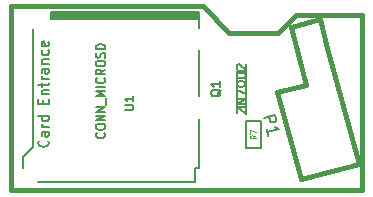
<source format=gto>
G04 (created by PCBNEW-RS274X (2012-01-19 BZR 3256)-stable) date 12/05/2013 23:19:03*
G01*
G70*
G90*
%MOIN*%
G04 Gerber Fmt 3.4, Leading zero omitted, Abs format*
%FSLAX34Y34*%
G04 APERTURE LIST*
%ADD10C,0.006000*%
%ADD11C,0.015000*%
%ADD12C,0.007000*%
%ADD13C,0.005000*%
%ADD14C,0.008000*%
%ADD15C,0.007500*%
%ADD16C,0.004500*%
G04 APERTURE END LIST*
G54D10*
G54D11*
X54975Y-40425D02*
X54300Y-40425D01*
X54975Y-34575D02*
X54975Y-40425D01*
X52775Y-34575D02*
X54975Y-34575D01*
X52175Y-35175D02*
X52775Y-34575D01*
X52075Y-35175D02*
X52175Y-35175D01*
X50550Y-35175D02*
X52075Y-35175D01*
X49675Y-34300D02*
X50550Y-35175D01*
X43325Y-34300D02*
X49675Y-34300D01*
X43280Y-34303D02*
X43319Y-34303D01*
X43280Y-40425D02*
X43280Y-34303D01*
X54303Y-40425D02*
X43280Y-40425D01*
X52927Y-40066D02*
X52150Y-37168D01*
X52150Y-37168D02*
X53116Y-36909D01*
X53116Y-36909D02*
X52599Y-34977D01*
X52599Y-34977D02*
X53564Y-34718D01*
X53564Y-34718D02*
X53823Y-35684D01*
X53823Y-35684D02*
X54859Y-39548D01*
X54859Y-39548D02*
X52927Y-40066D01*
G54D12*
X49533Y-34694D02*
X44631Y-34694D01*
X44612Y-34655D02*
X49553Y-34655D01*
X49533Y-34556D02*
X44631Y-34556D01*
X49553Y-34497D02*
X49553Y-34596D01*
X44612Y-34497D02*
X49553Y-34497D01*
X44612Y-34734D02*
X49553Y-34734D01*
X44612Y-34497D02*
X44612Y-34734D01*
X49553Y-39674D02*
X49395Y-39674D01*
X44179Y-40167D02*
X49395Y-40167D01*
X49395Y-40167D02*
X49395Y-39674D01*
X44001Y-35068D02*
X44001Y-39005D01*
X44001Y-39005D02*
X43667Y-39340D01*
X43667Y-39340D02*
X43667Y-39674D01*
X49553Y-38041D02*
X49553Y-39674D01*
X49553Y-35757D02*
X49553Y-37293D01*
X49553Y-34596D02*
X49553Y-35009D01*
X44612Y-34596D02*
X49553Y-34596D01*
G54D13*
X50825Y-37650D02*
X50825Y-36450D01*
X50825Y-36450D02*
X51125Y-36450D01*
X51125Y-36450D02*
X51125Y-37650D01*
X51125Y-37650D02*
X50825Y-37650D01*
X51125Y-39025D02*
X51125Y-38125D01*
X51125Y-38125D02*
X51625Y-38125D01*
X51625Y-38125D02*
X51625Y-39025D01*
X51625Y-39025D02*
X51125Y-39025D01*
G54D14*
X51693Y-38020D02*
X52080Y-37916D01*
X52119Y-38064D01*
X52111Y-38106D01*
X52097Y-38129D01*
X52065Y-38157D01*
X52010Y-38172D01*
X51969Y-38164D01*
X51945Y-38150D01*
X51917Y-38118D01*
X51878Y-37971D01*
X51851Y-38609D02*
X51792Y-38388D01*
X51821Y-38498D02*
X52208Y-38395D01*
X52143Y-38373D01*
X52096Y-38346D01*
X52068Y-38314D01*
G54D12*
X47073Y-37743D02*
X47300Y-37743D01*
X47327Y-37730D01*
X47340Y-37717D01*
X47353Y-37690D01*
X47353Y-37637D01*
X47340Y-37610D01*
X47327Y-37597D01*
X47300Y-37583D01*
X47073Y-37583D01*
X47353Y-37304D02*
X47353Y-37464D01*
X47353Y-37384D02*
X47073Y-37384D01*
X47113Y-37410D01*
X47140Y-37437D01*
X47153Y-37464D01*
X46389Y-38515D02*
X46404Y-38529D01*
X46420Y-38569D01*
X46420Y-38595D01*
X46404Y-38635D01*
X46374Y-38662D01*
X46343Y-38675D01*
X46282Y-38689D01*
X46237Y-38689D01*
X46176Y-38675D01*
X46145Y-38662D01*
X46115Y-38635D01*
X46100Y-38595D01*
X46100Y-38569D01*
X46115Y-38529D01*
X46130Y-38515D01*
X46100Y-38342D02*
X46100Y-38289D01*
X46115Y-38262D01*
X46145Y-38235D01*
X46206Y-38222D01*
X46313Y-38222D01*
X46374Y-38235D01*
X46404Y-38262D01*
X46420Y-38289D01*
X46420Y-38342D01*
X46404Y-38369D01*
X46374Y-38395D01*
X46313Y-38409D01*
X46206Y-38409D01*
X46145Y-38395D01*
X46115Y-38369D01*
X46100Y-38342D01*
X46420Y-38102D02*
X46100Y-38102D01*
X46420Y-37942D01*
X46100Y-37942D01*
X46420Y-37809D02*
X46100Y-37809D01*
X46420Y-37649D01*
X46100Y-37649D01*
X46450Y-37583D02*
X46450Y-37370D01*
X46420Y-37303D02*
X46100Y-37303D01*
X46328Y-37210D01*
X46100Y-37117D01*
X46420Y-37117D01*
X46420Y-36983D02*
X46100Y-36983D01*
X46389Y-36690D02*
X46404Y-36704D01*
X46420Y-36744D01*
X46420Y-36770D01*
X46404Y-36810D01*
X46374Y-36837D01*
X46343Y-36850D01*
X46282Y-36864D01*
X46237Y-36864D01*
X46176Y-36850D01*
X46145Y-36837D01*
X46115Y-36810D01*
X46100Y-36770D01*
X46100Y-36744D01*
X46115Y-36704D01*
X46130Y-36690D01*
X46420Y-36410D02*
X46267Y-36504D01*
X46420Y-36570D02*
X46100Y-36570D01*
X46100Y-36464D01*
X46115Y-36437D01*
X46130Y-36424D01*
X46160Y-36410D01*
X46206Y-36410D01*
X46237Y-36424D01*
X46252Y-36437D01*
X46267Y-36464D01*
X46267Y-36570D01*
X46100Y-36237D02*
X46100Y-36184D01*
X46115Y-36157D01*
X46145Y-36130D01*
X46206Y-36117D01*
X46313Y-36117D01*
X46374Y-36130D01*
X46404Y-36157D01*
X46420Y-36184D01*
X46420Y-36237D01*
X46404Y-36264D01*
X46374Y-36290D01*
X46313Y-36304D01*
X46206Y-36304D01*
X46145Y-36290D01*
X46115Y-36264D01*
X46100Y-36237D01*
X46404Y-36011D02*
X46420Y-35971D01*
X46420Y-35904D01*
X46404Y-35877D01*
X46389Y-35864D01*
X46359Y-35851D01*
X46328Y-35851D01*
X46298Y-35864D01*
X46282Y-35877D01*
X46267Y-35904D01*
X46252Y-35957D01*
X46237Y-35984D01*
X46221Y-35997D01*
X46191Y-36011D01*
X46160Y-36011D01*
X46130Y-35997D01*
X46115Y-35984D01*
X46100Y-35957D01*
X46100Y-35891D01*
X46115Y-35851D01*
X46420Y-35730D02*
X46100Y-35730D01*
X46100Y-35664D01*
X46115Y-35624D01*
X46145Y-35597D01*
X46176Y-35584D01*
X46237Y-35570D01*
X46282Y-35570D01*
X46343Y-35584D01*
X46374Y-35597D01*
X46404Y-35624D01*
X46420Y-35664D01*
X46420Y-35730D01*
G54D14*
X44495Y-38776D02*
X44511Y-38792D01*
X44528Y-38841D01*
X44528Y-38873D01*
X44511Y-38921D01*
X44479Y-38954D01*
X44447Y-38970D01*
X44382Y-38986D01*
X44333Y-38986D01*
X44269Y-38970D01*
X44236Y-38954D01*
X44204Y-38921D01*
X44188Y-38873D01*
X44188Y-38841D01*
X44204Y-38792D01*
X44220Y-38776D01*
X44528Y-38484D02*
X44350Y-38484D01*
X44317Y-38501D01*
X44301Y-38533D01*
X44301Y-38598D01*
X44317Y-38630D01*
X44511Y-38484D02*
X44528Y-38517D01*
X44528Y-38598D01*
X44511Y-38630D01*
X44479Y-38646D01*
X44447Y-38646D01*
X44414Y-38630D01*
X44398Y-38598D01*
X44398Y-38517D01*
X44382Y-38484D01*
X44528Y-38322D02*
X44301Y-38322D01*
X44366Y-38322D02*
X44333Y-38306D01*
X44317Y-38290D01*
X44301Y-38257D01*
X44301Y-38225D01*
X44528Y-37966D02*
X44188Y-37966D01*
X44511Y-37966D02*
X44528Y-37999D01*
X44528Y-38063D01*
X44511Y-38096D01*
X44495Y-38112D01*
X44463Y-38128D01*
X44366Y-38128D01*
X44333Y-38112D01*
X44317Y-38096D01*
X44301Y-38063D01*
X44301Y-37999D01*
X44317Y-37966D01*
X44350Y-37545D02*
X44350Y-37432D01*
X44528Y-37383D02*
X44528Y-37545D01*
X44188Y-37545D01*
X44188Y-37383D01*
X44301Y-37237D02*
X44528Y-37237D01*
X44333Y-37237D02*
X44317Y-37221D01*
X44301Y-37188D01*
X44301Y-37140D01*
X44317Y-37108D01*
X44350Y-37091D01*
X44528Y-37091D01*
X44301Y-36978D02*
X44301Y-36848D01*
X44188Y-36929D02*
X44479Y-36929D01*
X44511Y-36913D01*
X44528Y-36880D01*
X44528Y-36848D01*
X44528Y-36735D02*
X44301Y-36735D01*
X44366Y-36735D02*
X44333Y-36719D01*
X44317Y-36703D01*
X44301Y-36670D01*
X44301Y-36638D01*
X44528Y-36379D02*
X44350Y-36379D01*
X44317Y-36396D01*
X44301Y-36428D01*
X44301Y-36493D01*
X44317Y-36525D01*
X44511Y-36379D02*
X44528Y-36412D01*
X44528Y-36493D01*
X44511Y-36525D01*
X44479Y-36541D01*
X44447Y-36541D01*
X44414Y-36525D01*
X44398Y-36493D01*
X44398Y-36412D01*
X44382Y-36379D01*
X44301Y-36217D02*
X44528Y-36217D01*
X44333Y-36217D02*
X44317Y-36201D01*
X44301Y-36168D01*
X44301Y-36120D01*
X44317Y-36088D01*
X44350Y-36071D01*
X44528Y-36071D01*
X44511Y-35763D02*
X44528Y-35796D01*
X44528Y-35860D01*
X44511Y-35893D01*
X44495Y-35909D01*
X44463Y-35925D01*
X44366Y-35925D01*
X44333Y-35909D01*
X44317Y-35893D01*
X44301Y-35860D01*
X44301Y-35796D01*
X44317Y-35763D01*
X44511Y-35489D02*
X44528Y-35521D01*
X44528Y-35586D01*
X44511Y-35618D01*
X44479Y-35634D01*
X44350Y-35634D01*
X44317Y-35618D01*
X44301Y-35586D01*
X44301Y-35521D01*
X44317Y-35489D01*
X44350Y-35472D01*
X44382Y-35472D01*
X44414Y-35634D01*
G54D15*
X50275Y-37079D02*
X50261Y-37107D01*
X50232Y-37136D01*
X50189Y-37179D01*
X50175Y-37207D01*
X50175Y-37236D01*
X50246Y-37221D02*
X50232Y-37250D01*
X50204Y-37279D01*
X50146Y-37293D01*
X50046Y-37293D01*
X49989Y-37279D01*
X49961Y-37250D01*
X49946Y-37221D01*
X49946Y-37164D01*
X49961Y-37136D01*
X49989Y-37107D01*
X50046Y-37093D01*
X50146Y-37093D01*
X50204Y-37107D01*
X50232Y-37136D01*
X50246Y-37164D01*
X50246Y-37221D01*
X50246Y-36807D02*
X50246Y-36979D01*
X50246Y-36893D02*
X49946Y-36893D01*
X49989Y-36922D01*
X50018Y-36950D01*
X50032Y-36979D01*
X50825Y-37865D02*
X50811Y-37851D01*
X50796Y-37822D01*
X50796Y-37751D01*
X50811Y-37722D01*
X50825Y-37708D01*
X50854Y-37693D01*
X50882Y-37693D01*
X50925Y-37708D01*
X51096Y-37879D01*
X51096Y-37693D01*
X51096Y-37565D02*
X50796Y-37565D01*
X51096Y-37393D01*
X50796Y-37393D01*
X50796Y-37279D02*
X50796Y-37079D01*
X51096Y-37208D01*
X50796Y-36907D02*
X50796Y-36879D01*
X50811Y-36850D01*
X50825Y-36836D01*
X50854Y-36822D01*
X50911Y-36807D01*
X50982Y-36807D01*
X51039Y-36822D01*
X51068Y-36836D01*
X51082Y-36850D01*
X51096Y-36879D01*
X51096Y-36907D01*
X51082Y-36936D01*
X51068Y-36950D01*
X51039Y-36965D01*
X50982Y-36979D01*
X50911Y-36979D01*
X50854Y-36965D01*
X50825Y-36950D01*
X50811Y-36936D01*
X50796Y-36907D01*
X50796Y-36621D02*
X50796Y-36593D01*
X50811Y-36564D01*
X50825Y-36550D01*
X50854Y-36536D01*
X50911Y-36521D01*
X50982Y-36521D01*
X51039Y-36536D01*
X51068Y-36550D01*
X51082Y-36564D01*
X51096Y-36593D01*
X51096Y-36621D01*
X51082Y-36650D01*
X51068Y-36664D01*
X51039Y-36679D01*
X50982Y-36693D01*
X50911Y-36693D01*
X50854Y-36679D01*
X50825Y-36664D01*
X50811Y-36650D01*
X50796Y-36621D01*
X50825Y-36407D02*
X50811Y-36393D01*
X50796Y-36364D01*
X50796Y-36293D01*
X50811Y-36264D01*
X50825Y-36250D01*
X50854Y-36235D01*
X50882Y-36235D01*
X50925Y-36250D01*
X51096Y-36421D01*
X51096Y-36235D01*
G54D16*
X51456Y-38604D02*
X51361Y-38664D01*
X51456Y-38707D02*
X51256Y-38707D01*
X51256Y-38639D01*
X51265Y-38621D01*
X51275Y-38613D01*
X51294Y-38604D01*
X51323Y-38604D01*
X51342Y-38613D01*
X51351Y-38621D01*
X51361Y-38639D01*
X51361Y-38707D01*
X51256Y-38544D02*
X51256Y-38424D01*
X51456Y-38501D01*
M02*

</source>
